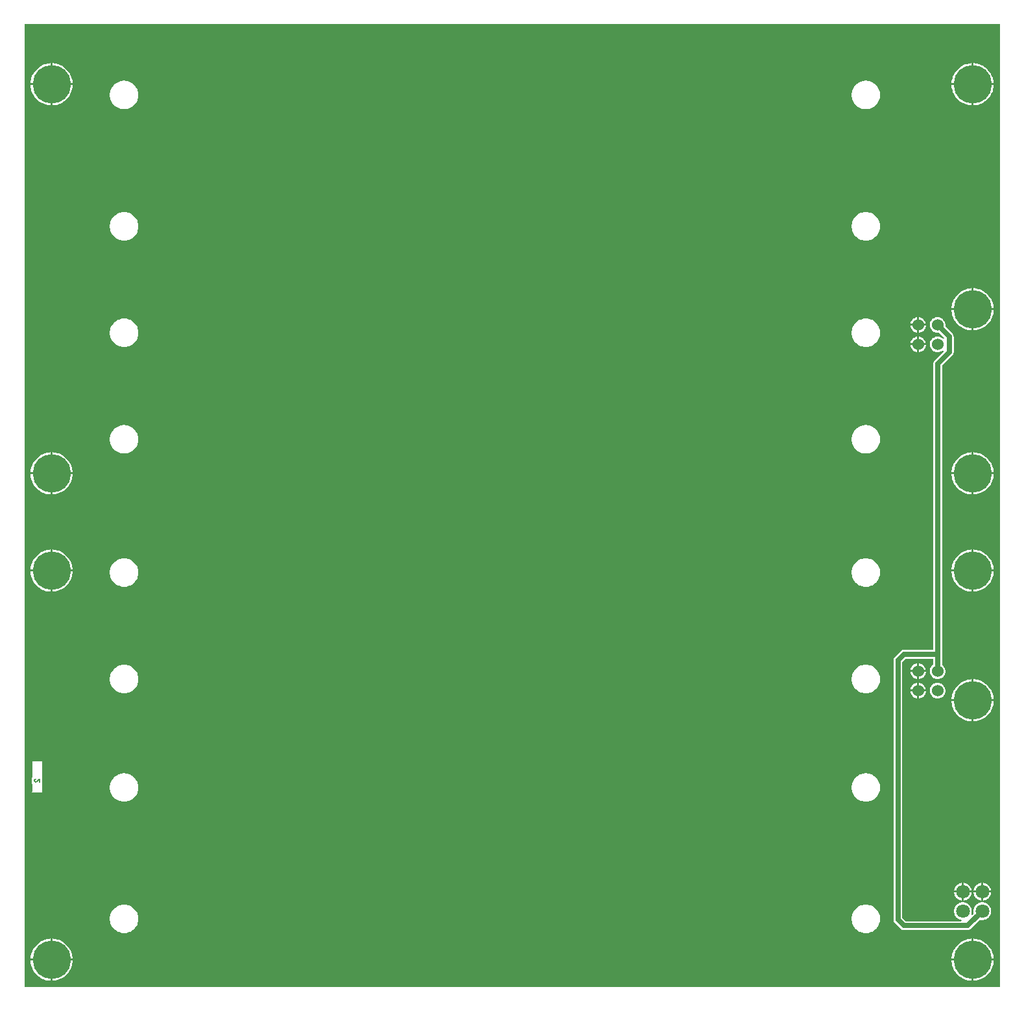
<source format=gbl>
G04 Layer: BottomLayer*
G04 EasyEDA v6.5.29, 2023-07-09 11:22:14*
G04 af5271567b5646799a1a99fc6926053b,5a6b42c53f6a479593ecc07194224c93,10*
G04 Gerber Generator version 0.2*
G04 Scale: 100 percent, Rotated: No, Reflected: No *
G04 Dimensions in millimeters *
G04 leading zeros omitted , absolute positions ,4 integer and 5 decimal *
%FSLAX45Y45*%
%MOMM*%

%ADD10C,0.1524*%
%ADD11C,0.6350*%
%ADD12C,5.0000*%
%ADD13C,1.8000*%
%ADD14C,1.5240*%
%ADD15C,0.0105*%

%LPD*%
G36*
X12752781Y25908D02*
G01*
X36068Y26416D01*
X32156Y27178D01*
X28905Y29362D01*
X26670Y32664D01*
X25908Y36576D01*
X25908Y2555240D01*
X26670Y2559100D01*
X28905Y2562402D01*
X32156Y2564638D01*
X36068Y2565400D01*
X32156Y2566162D01*
X28905Y2568397D01*
X26670Y2571648D01*
X25908Y2575560D01*
X25908Y12587681D01*
X26670Y12591592D01*
X28905Y12594894D01*
X32156Y12597079D01*
X36068Y12597841D01*
X12752832Y12597841D01*
X12756692Y12597079D01*
X12759994Y12594894D01*
X12762179Y12591592D01*
X12762992Y12587681D01*
X12762992Y36068D01*
X12762179Y32156D01*
X12759994Y28905D01*
X12756692Y26670D01*
G37*

%LPC*%
G36*
X105410Y11823700D02*
G01*
X368300Y11823700D01*
X368300Y12086386D01*
X352145Y12085370D01*
X329285Y12082018D01*
X306781Y12076734D01*
X284835Y12069572D01*
X263499Y12060631D01*
X243027Y12049912D01*
X223520Y12037568D01*
X205130Y12023598D01*
X187960Y12008104D01*
X172161Y11991289D01*
X157784Y11973153D01*
X144983Y11953900D01*
X133858Y11933682D01*
X124460Y11912549D01*
X116890Y11890756D01*
X111150Y11868353D01*
X107289Y11845594D01*
G37*
G36*
X368300Y105562D02*
G01*
X368300Y368300D01*
X105613Y368300D01*
X106070Y357936D01*
X108966Y334975D01*
X113741Y312369D01*
X120446Y290271D01*
X128930Y268782D01*
X139242Y248107D01*
X151180Y228346D01*
X164795Y209651D01*
X179882Y192125D01*
X196392Y175971D01*
X214172Y161239D01*
X233171Y148031D01*
X253187Y136499D01*
X274066Y126644D01*
X295757Y118618D01*
X318008Y112369D01*
X340664Y108051D01*
X363677Y105664D01*
G37*
G36*
X12417806Y105613D02*
G01*
X12433960Y106629D01*
X12456820Y109982D01*
X12479274Y115265D01*
X12501270Y122428D01*
X12522555Y131368D01*
X12543028Y142087D01*
X12562535Y154432D01*
X12580975Y168402D01*
X12598146Y183896D01*
X12613944Y200710D01*
X12628321Y218846D01*
X12641072Y238099D01*
X12652248Y258317D01*
X12661646Y279450D01*
X12669215Y301244D01*
X12674955Y323646D01*
X12678816Y346405D01*
X12680645Y368300D01*
X12417806Y368300D01*
G37*
G36*
X393700Y105613D02*
G01*
X409854Y106629D01*
X432714Y109982D01*
X455168Y115265D01*
X477164Y122428D01*
X498449Y131368D01*
X518922Y142087D01*
X538429Y154432D01*
X556869Y168402D01*
X574040Y183896D01*
X589838Y200710D01*
X604215Y218846D01*
X616966Y238099D01*
X628142Y258317D01*
X637540Y279450D01*
X645109Y301244D01*
X650849Y323646D01*
X654710Y346405D01*
X656539Y368300D01*
X393700Y368300D01*
G37*
G36*
X12129719Y393700D02*
G01*
X12392406Y393700D01*
X12392406Y656437D01*
X12387783Y656336D01*
X12364770Y653948D01*
X12342114Y649630D01*
X12319863Y643382D01*
X12298172Y635355D01*
X12277293Y625500D01*
X12257278Y613968D01*
X12238278Y600760D01*
X12220498Y586028D01*
X12203988Y569874D01*
X12188901Y552399D01*
X12175286Y533704D01*
X12163348Y513892D01*
X12153036Y493217D01*
X12144552Y471728D01*
X12137847Y449630D01*
X12133072Y427024D01*
X12130176Y404114D01*
G37*
G36*
X105613Y393700D02*
G01*
X368300Y393700D01*
X368300Y656437D01*
X363677Y656336D01*
X340664Y653948D01*
X318008Y649630D01*
X295757Y643382D01*
X274066Y635355D01*
X253187Y625500D01*
X233171Y613968D01*
X214172Y600760D01*
X196392Y586028D01*
X179882Y569874D01*
X164795Y552399D01*
X151180Y533704D01*
X139242Y513892D01*
X128930Y493217D01*
X120446Y471728D01*
X113741Y449630D01*
X108966Y427024D01*
X106070Y404114D01*
G37*
G36*
X12417806Y393700D02*
G01*
X12680645Y393700D01*
X12678816Y415594D01*
X12674955Y438353D01*
X12669215Y460756D01*
X12661646Y482549D01*
X12652248Y503682D01*
X12641072Y523900D01*
X12628321Y543153D01*
X12613944Y561289D01*
X12598146Y578104D01*
X12580975Y593598D01*
X12562535Y607568D01*
X12543028Y619912D01*
X12522555Y630631D01*
X12501270Y639572D01*
X12479274Y646734D01*
X12456820Y652018D01*
X12433960Y655370D01*
X12417806Y656386D01*
G37*
G36*
X393700Y393700D02*
G01*
X656539Y393700D01*
X654710Y415594D01*
X650849Y438353D01*
X645109Y460756D01*
X637540Y482549D01*
X628142Y503682D01*
X616966Y523900D01*
X604215Y543153D01*
X589838Y561289D01*
X574040Y578104D01*
X556869Y593598D01*
X538429Y607568D01*
X518922Y619912D01*
X498449Y630631D01*
X477164Y639572D01*
X455168Y646734D01*
X432714Y652018D01*
X409854Y655370D01*
X393700Y656386D01*
G37*
G36*
X11001095Y729335D02*
G01*
X11019942Y729335D01*
X11038687Y731215D01*
X11057128Y735025D01*
X11075060Y740664D01*
X11092383Y748080D01*
X11108842Y757224D01*
X11124285Y767994D01*
X11138611Y780237D01*
X11151565Y793902D01*
X11163096Y808786D01*
X11173053Y824788D01*
X11181334Y841654D01*
X11187887Y859332D01*
X11192611Y877569D01*
X11195456Y896162D01*
X11196421Y914958D01*
X11195456Y933805D01*
X11192611Y952398D01*
X11187887Y970635D01*
X11181334Y988314D01*
X11173053Y1005179D01*
X11163096Y1021181D01*
X11151565Y1036066D01*
X11138611Y1049731D01*
X11124285Y1061974D01*
X11108842Y1072743D01*
X11092383Y1081887D01*
X11075060Y1089304D01*
X11057128Y1094943D01*
X11038687Y1098753D01*
X11019942Y1100632D01*
X11001095Y1100632D01*
X10982350Y1098753D01*
X10963910Y1094943D01*
X10945977Y1089304D01*
X10928654Y1081887D01*
X10912195Y1072743D01*
X10896752Y1061974D01*
X10882426Y1049731D01*
X10869472Y1036066D01*
X10857941Y1021181D01*
X10847984Y1005179D01*
X10839704Y988314D01*
X10833150Y970635D01*
X10828426Y952398D01*
X10825581Y933805D01*
X10824616Y914958D01*
X10825581Y896162D01*
X10828426Y877569D01*
X10833150Y859332D01*
X10839704Y841654D01*
X10847984Y824788D01*
X10857941Y808786D01*
X10869472Y793902D01*
X10882426Y780237D01*
X10896752Y767994D01*
X10912195Y757224D01*
X10928654Y748080D01*
X10945977Y740664D01*
X10963910Y735025D01*
X10982350Y731215D01*
G37*
G36*
X1317955Y729335D02*
G01*
X1336751Y729335D01*
X1355496Y731215D01*
X1373936Y735025D01*
X1391920Y740664D01*
X1409242Y748080D01*
X1425702Y757224D01*
X1441145Y767994D01*
X1455420Y780237D01*
X1468424Y793902D01*
X1479905Y808786D01*
X1489913Y824788D01*
X1498193Y841654D01*
X1504746Y859332D01*
X1509420Y877569D01*
X1512316Y896162D01*
X1513230Y914958D01*
X1512316Y933805D01*
X1509420Y952398D01*
X1504746Y970635D01*
X1498193Y988314D01*
X1489913Y1005179D01*
X1479905Y1021181D01*
X1468424Y1036066D01*
X1455420Y1049731D01*
X1441145Y1061974D01*
X1425702Y1072743D01*
X1409242Y1081887D01*
X1391920Y1089304D01*
X1373936Y1094943D01*
X1355496Y1098753D01*
X1336751Y1100632D01*
X1317955Y1100632D01*
X1299210Y1098753D01*
X1280769Y1094943D01*
X1262786Y1089304D01*
X1245463Y1081887D01*
X1229004Y1072743D01*
X1213561Y1061974D01*
X1199286Y1049731D01*
X1186281Y1036066D01*
X1174800Y1021181D01*
X1164793Y1005179D01*
X1156512Y988314D01*
X1149959Y970635D01*
X1145286Y952398D01*
X1142390Y933805D01*
X1141476Y914958D01*
X1142390Y896162D01*
X1145286Y877569D01*
X1149959Y859332D01*
X1156512Y841654D01*
X1164793Y824788D01*
X1174800Y808786D01*
X1186281Y793902D01*
X1199286Y780237D01*
X1213561Y767994D01*
X1229004Y757224D01*
X1245463Y748080D01*
X1262786Y740664D01*
X1280769Y735025D01*
X1299210Y731215D01*
G37*
G36*
X11506504Y767842D02*
G01*
X12341199Y767842D01*
X12351105Y768654D01*
X12360300Y770991D01*
X12369038Y774801D01*
X12377064Y780084D01*
X12382601Y784961D01*
X12497917Y900226D01*
X12500559Y902157D01*
X12503708Y903122D01*
X12507010Y903071D01*
X12517577Y901039D01*
X12532106Y900125D01*
X12546634Y901039D01*
X12560909Y903732D01*
X12574778Y908253D01*
X12587935Y914450D01*
X12600228Y922223D01*
X12611404Y931519D01*
X12621361Y942136D01*
X12629946Y953922D01*
X12636957Y966673D01*
X12642291Y980186D01*
X12645948Y994308D01*
X12647777Y1008735D01*
X12647777Y1023264D01*
X12645948Y1037742D01*
X12642291Y1051814D01*
X12636957Y1065326D01*
X12629946Y1078077D01*
X12621361Y1089863D01*
X12611404Y1100480D01*
X12600228Y1109776D01*
X12587935Y1117549D01*
X12574778Y1123746D01*
X12560909Y1128268D01*
X12546634Y1130960D01*
X12532106Y1131874D01*
X12517577Y1130960D01*
X12503251Y1128268D01*
X12489434Y1123746D01*
X12476276Y1117549D01*
X12463983Y1109776D01*
X12452756Y1100480D01*
X12442799Y1089863D01*
X12434265Y1078077D01*
X12427254Y1065326D01*
X12421870Y1051814D01*
X12418263Y1037742D01*
X12416434Y1023264D01*
X12416434Y1008735D01*
X12418263Y994308D01*
X12418974Y991463D01*
X12419279Y988009D01*
X12418314Y984605D01*
X12416332Y981760D01*
X12405410Y970889D01*
X12401753Y968502D01*
X12397384Y967943D01*
X12393218Y969213D01*
X12389967Y972159D01*
X12388240Y976223D01*
X12388392Y980592D01*
X12391948Y994308D01*
X12393777Y1008735D01*
X12393777Y1023264D01*
X12391948Y1037742D01*
X12388291Y1051814D01*
X12382957Y1065326D01*
X12375946Y1078077D01*
X12367361Y1089863D01*
X12357404Y1100480D01*
X12346228Y1109776D01*
X12333935Y1117549D01*
X12320778Y1123746D01*
X12306909Y1128268D01*
X12292634Y1130960D01*
X12278106Y1131874D01*
X12263577Y1130960D01*
X12249251Y1128268D01*
X12235434Y1123746D01*
X12222276Y1117549D01*
X12209983Y1109776D01*
X12198756Y1100480D01*
X12188799Y1089863D01*
X12180265Y1078077D01*
X12173254Y1065326D01*
X12167870Y1051814D01*
X12164263Y1037742D01*
X12162434Y1023264D01*
X12162434Y1008735D01*
X12164263Y994308D01*
X12167870Y980186D01*
X12173254Y966673D01*
X12180265Y953922D01*
X12188799Y942136D01*
X12198756Y931519D01*
X12209983Y922223D01*
X12222276Y914450D01*
X12235434Y908253D01*
X12249251Y903732D01*
X12251690Y903274D01*
X12255601Y901649D01*
X12258497Y898550D01*
X12259868Y894486D01*
X12259462Y890269D01*
X12257379Y886561D01*
X12253925Y884072D01*
X12249759Y883158D01*
X11534292Y883158D01*
X11530380Y883919D01*
X11527129Y886155D01*
X11490655Y922629D01*
X11488420Y925880D01*
X11487658Y929792D01*
X11487658Y4264507D01*
X11488420Y4268419D01*
X11490655Y4271721D01*
X11527078Y4308144D01*
X11530380Y4310380D01*
X11534292Y4311142D01*
X11880088Y4311142D01*
X11883999Y4310380D01*
X11887250Y4308144D01*
X11889486Y4304842D01*
X11890248Y4300982D01*
X11890248Y4238752D01*
X11889740Y4235551D01*
X11888216Y4232656D01*
X11874500Y4220413D01*
X11865711Y4209999D01*
X11858345Y4198467D01*
X11852605Y4186123D01*
X11848592Y4173118D01*
X11846306Y4159656D01*
X11845848Y4146042D01*
X11847220Y4132427D01*
X11850370Y4119168D01*
X11855297Y4106468D01*
X11861850Y4094479D01*
X11869928Y4083507D01*
X11879427Y4073702D01*
X11890095Y4065270D01*
X11901830Y4058310D01*
X11914378Y4052976D01*
X11927535Y4049369D01*
X11941048Y4047591D01*
X11954713Y4047591D01*
X11968226Y4049369D01*
X11981383Y4052976D01*
X11993930Y4058310D01*
X12005665Y4065270D01*
X12016384Y4073702D01*
X12025833Y4083507D01*
X12033910Y4094479D01*
X12040463Y4106468D01*
X12045391Y4119168D01*
X12048540Y4132427D01*
X12049912Y4146042D01*
X12049455Y4159656D01*
X12047169Y4173118D01*
X12043156Y4186123D01*
X12037415Y4198467D01*
X12030049Y4209999D01*
X12021261Y4220413D01*
X12007596Y4232605D01*
X12006072Y4235500D01*
X12005564Y4238752D01*
X12005564Y8135213D01*
X12006326Y8139125D01*
X12008561Y8142376D01*
X12140793Y8274659D01*
X12147194Y8282228D01*
X12152071Y8290407D01*
X12155525Y8299246D01*
X12157506Y8308695D01*
X12157964Y8316010D01*
X12157964Y8517483D01*
X12157151Y8527389D01*
X12154814Y8536584D01*
X12151004Y8545322D01*
X12145721Y8553348D01*
X12140844Y8558885D01*
X12051741Y8647988D01*
X12049404Y8651748D01*
X12048845Y8656167D01*
X12049912Y8666835D01*
X12049455Y8680450D01*
X12047169Y8693912D01*
X12043156Y8706916D01*
X12037415Y8719261D01*
X12030049Y8730792D01*
X12021261Y8741206D01*
X12011152Y8750350D01*
X11999925Y8758072D01*
X11987733Y8764219D01*
X11974830Y8768689D01*
X11961469Y8771382D01*
X11947906Y8772296D01*
X11934291Y8771382D01*
X11920931Y8768689D01*
X11908028Y8764219D01*
X11895836Y8758072D01*
X11884609Y8750350D01*
X11874500Y8741206D01*
X11865711Y8730792D01*
X11858345Y8719261D01*
X11852605Y8706916D01*
X11848592Y8693912D01*
X11846306Y8680450D01*
X11845848Y8666835D01*
X11847220Y8653221D01*
X11850370Y8639962D01*
X11855297Y8627262D01*
X11861850Y8615273D01*
X11869928Y8604300D01*
X11879427Y8594496D01*
X11890095Y8586063D01*
X11901830Y8579104D01*
X11914378Y8573770D01*
X11927535Y8570163D01*
X11941048Y8568385D01*
X11954713Y8568385D01*
X11961672Y8569299D01*
X11964771Y8569248D01*
X11967718Y8568232D01*
X11970258Y8566404D01*
X12029795Y8506866D01*
X12032183Y8503056D01*
X12032742Y8498687D01*
X12031370Y8494420D01*
X12028271Y8491220D01*
X12024106Y8489594D01*
X12019686Y8489950D01*
X12015825Y8492134D01*
X12011152Y8496350D01*
X11999925Y8504072D01*
X11987733Y8510219D01*
X11974830Y8514689D01*
X11961469Y8517382D01*
X11947906Y8518296D01*
X11934291Y8517382D01*
X11920931Y8514689D01*
X11908028Y8510219D01*
X11895836Y8504072D01*
X11884609Y8496350D01*
X11874500Y8487206D01*
X11865711Y8476792D01*
X11858345Y8465261D01*
X11852605Y8452916D01*
X11848592Y8439912D01*
X11846306Y8426450D01*
X11845848Y8412835D01*
X11847220Y8399221D01*
X11850370Y8385962D01*
X11855297Y8373262D01*
X11861850Y8361273D01*
X11869928Y8350300D01*
X11879427Y8340496D01*
X11890095Y8332063D01*
X11901830Y8325103D01*
X11914378Y8319770D01*
X11927535Y8316163D01*
X11941048Y8314385D01*
X11954713Y8314385D01*
X11968226Y8316163D01*
X11981383Y8319770D01*
X11993930Y8325103D01*
X12005665Y8332063D01*
X12009577Y8335162D01*
X12013488Y8337042D01*
X12017857Y8337143D01*
X12021820Y8335416D01*
X12024715Y8332165D01*
X12025985Y8327999D01*
X12025426Y8323681D01*
X12023039Y8319973D01*
X11907418Y8204352D01*
X11901017Y8196783D01*
X11896140Y8188604D01*
X11892686Y8179765D01*
X11890705Y8170316D01*
X11890248Y8163001D01*
X11890248Y4436618D01*
X11889486Y4432706D01*
X11887250Y4429404D01*
X11883999Y4427220D01*
X11880088Y4426458D01*
X11506606Y4426458D01*
X11496700Y4425645D01*
X11487454Y4423308D01*
X11478768Y4419447D01*
X11470690Y4414215D01*
X11465204Y4409338D01*
X11389512Y4333697D01*
X11383111Y4326077D01*
X11378234Y4317898D01*
X11374780Y4309059D01*
X11372799Y4299661D01*
X11372342Y4292295D01*
X11372342Y902106D01*
X11373154Y892200D01*
X11375491Y883005D01*
X11379301Y874268D01*
X11384584Y866241D01*
X11389461Y860704D01*
X11465153Y785012D01*
X11472722Y778611D01*
X11480901Y773734D01*
X11489740Y770280D01*
X11499189Y768299D01*
G37*
G36*
X12129516Y11823700D02*
G01*
X12392406Y11823700D01*
X12392406Y12086386D01*
X12376251Y12085370D01*
X12353391Y12082018D01*
X12330887Y12076734D01*
X12308941Y12069572D01*
X12287605Y12060631D01*
X12267133Y12049912D01*
X12247626Y12037568D01*
X12229236Y12023598D01*
X12212066Y12008104D01*
X12196267Y11991289D01*
X12181890Y11973153D01*
X12169089Y11953900D01*
X12157964Y11933682D01*
X12148566Y11912549D01*
X12140996Y11890756D01*
X12135256Y11868353D01*
X12131395Y11845594D01*
G37*
G36*
X12417806Y11823700D02*
G01*
X12680442Y11823700D01*
X12680035Y11834063D01*
X12677140Y11857024D01*
X12672314Y11879630D01*
X12665659Y11901728D01*
X12657124Y11923217D01*
X12646863Y11943892D01*
X12634925Y11963704D01*
X12621310Y11982348D01*
X12606223Y11999874D01*
X12589713Y12016028D01*
X12571933Y12030760D01*
X12552934Y12043968D01*
X12532918Y12055500D01*
X12512040Y12065355D01*
X12490348Y12073382D01*
X12468098Y12079630D01*
X12445390Y12083948D01*
X12422428Y12086336D01*
X12417806Y12086437D01*
G37*
G36*
X393700Y11823700D02*
G01*
X656336Y11823700D01*
X655929Y11834063D01*
X653034Y11857024D01*
X648208Y11879630D01*
X641553Y11901728D01*
X633018Y11923217D01*
X622757Y11943892D01*
X610819Y11963704D01*
X597204Y11982348D01*
X582117Y11999874D01*
X565607Y12016028D01*
X547827Y12030760D01*
X528828Y12043968D01*
X508812Y12055500D01*
X487934Y12065355D01*
X466242Y12073382D01*
X443992Y12079630D01*
X421284Y12083948D01*
X398322Y12086336D01*
X393700Y12086437D01*
G37*
G36*
X12265406Y1154938D02*
G01*
X12265406Y1257300D01*
X12163094Y1257300D01*
X12164263Y1248308D01*
X12167870Y1234186D01*
X12173254Y1220673D01*
X12180265Y1207922D01*
X12188799Y1196136D01*
X12198756Y1185519D01*
X12209983Y1176223D01*
X12222276Y1168450D01*
X12235434Y1162253D01*
X12249251Y1157732D01*
X12263577Y1155039D01*
G37*
G36*
X12519406Y1154938D02*
G01*
X12519406Y1257300D01*
X12417094Y1257300D01*
X12418263Y1248308D01*
X12421870Y1234186D01*
X12427254Y1220673D01*
X12434265Y1207922D01*
X12442799Y1196136D01*
X12452756Y1185519D01*
X12463983Y1176223D01*
X12476276Y1168450D01*
X12489434Y1162253D01*
X12503251Y1157732D01*
X12517577Y1155039D01*
G37*
G36*
X12290806Y1154938D02*
G01*
X12292634Y1155039D01*
X12306909Y1157732D01*
X12320778Y1162253D01*
X12333935Y1168450D01*
X12346228Y1176223D01*
X12357404Y1185519D01*
X12367361Y1196136D01*
X12375946Y1207922D01*
X12382957Y1220673D01*
X12388291Y1234186D01*
X12391948Y1248308D01*
X12393066Y1257300D01*
X12290806Y1257300D01*
G37*
G36*
X12544806Y1154938D02*
G01*
X12546634Y1155039D01*
X12560909Y1157732D01*
X12574778Y1162253D01*
X12587935Y1168450D01*
X12600228Y1176223D01*
X12611404Y1185519D01*
X12621361Y1196136D01*
X12629946Y1207922D01*
X12636957Y1220673D01*
X12642291Y1234186D01*
X12645948Y1248308D01*
X12647066Y1257300D01*
X12544806Y1257300D01*
G37*
G36*
X12417094Y1282700D02*
G01*
X12519406Y1282700D01*
X12519406Y1385112D01*
X12517577Y1384960D01*
X12503251Y1382268D01*
X12489434Y1377746D01*
X12476276Y1371549D01*
X12463983Y1363776D01*
X12452756Y1354480D01*
X12442799Y1343863D01*
X12434265Y1332077D01*
X12427254Y1319326D01*
X12421870Y1305814D01*
X12418263Y1291742D01*
G37*
G36*
X12163094Y1282700D02*
G01*
X12265406Y1282700D01*
X12265406Y1385112D01*
X12263577Y1384960D01*
X12249251Y1382268D01*
X12235434Y1377746D01*
X12222276Y1371549D01*
X12209983Y1363776D01*
X12198756Y1354480D01*
X12188799Y1343863D01*
X12180265Y1332077D01*
X12173254Y1319326D01*
X12167870Y1305814D01*
X12164263Y1291742D01*
G37*
G36*
X12290806Y1282700D02*
G01*
X12393066Y1282700D01*
X12391948Y1291742D01*
X12388291Y1305814D01*
X12382957Y1319326D01*
X12375946Y1332077D01*
X12367361Y1343863D01*
X12357404Y1354480D01*
X12346228Y1363776D01*
X12333935Y1371549D01*
X12320778Y1377746D01*
X12306909Y1382268D01*
X12292634Y1384960D01*
X12290806Y1385112D01*
G37*
G36*
X12544806Y1282700D02*
G01*
X12647066Y1282700D01*
X12645948Y1291742D01*
X12642291Y1305814D01*
X12636957Y1319326D01*
X12629946Y1332077D01*
X12621361Y1343863D01*
X12611404Y1354480D01*
X12600228Y1363776D01*
X12587935Y1371549D01*
X12574778Y1377746D01*
X12560909Y1382268D01*
X12546634Y1384960D01*
X12544806Y1385112D01*
G37*
G36*
X11001095Y2445156D02*
G01*
X11019942Y2445156D01*
X11038687Y2447036D01*
X11057128Y2450846D01*
X11075060Y2456484D01*
X11092383Y2463901D01*
X11108842Y2473045D01*
X11124285Y2483815D01*
X11138611Y2496058D01*
X11151565Y2509723D01*
X11163096Y2524607D01*
X11173053Y2540609D01*
X11181334Y2557475D01*
X11187887Y2575153D01*
X11192611Y2593390D01*
X11195456Y2611983D01*
X11196421Y2630779D01*
X11195456Y2649626D01*
X11192611Y2668219D01*
X11187887Y2686456D01*
X11181334Y2704134D01*
X11173053Y2721000D01*
X11163096Y2737002D01*
X11151565Y2751886D01*
X11138611Y2765552D01*
X11124285Y2777794D01*
X11108842Y2788564D01*
X11092383Y2797708D01*
X11075060Y2805125D01*
X11057128Y2810764D01*
X11038687Y2814574D01*
X11019942Y2816453D01*
X11001095Y2816453D01*
X10982350Y2814574D01*
X10963910Y2810764D01*
X10945977Y2805125D01*
X10928654Y2797708D01*
X10912195Y2788564D01*
X10896752Y2777794D01*
X10882426Y2765552D01*
X10869472Y2751886D01*
X10857941Y2737002D01*
X10847984Y2721000D01*
X10839704Y2704134D01*
X10833150Y2686456D01*
X10828426Y2668219D01*
X10825581Y2649626D01*
X10824616Y2630779D01*
X10825581Y2611983D01*
X10828426Y2593390D01*
X10833150Y2575153D01*
X10839704Y2557475D01*
X10847984Y2540609D01*
X10857941Y2524607D01*
X10869472Y2509723D01*
X10882426Y2496058D01*
X10896752Y2483815D01*
X10912195Y2473045D01*
X10928654Y2463901D01*
X10945977Y2456484D01*
X10963910Y2450846D01*
X10982350Y2447036D01*
G37*
G36*
X1317955Y2445156D02*
G01*
X1336751Y2445156D01*
X1355496Y2447036D01*
X1373936Y2450846D01*
X1391920Y2456484D01*
X1409242Y2463901D01*
X1425702Y2473045D01*
X1441145Y2483815D01*
X1455420Y2496058D01*
X1468424Y2509723D01*
X1479905Y2524607D01*
X1489913Y2540609D01*
X1498193Y2557475D01*
X1504746Y2575153D01*
X1509420Y2593390D01*
X1512316Y2611983D01*
X1513230Y2630779D01*
X1512316Y2649626D01*
X1509420Y2668219D01*
X1504746Y2686456D01*
X1498193Y2704134D01*
X1489913Y2721000D01*
X1479905Y2737002D01*
X1468424Y2751886D01*
X1455420Y2765552D01*
X1441145Y2777794D01*
X1425702Y2788564D01*
X1409242Y2797708D01*
X1391920Y2805125D01*
X1373936Y2810764D01*
X1355496Y2814574D01*
X1336751Y2816453D01*
X1317955Y2816453D01*
X1299210Y2814574D01*
X1280769Y2810764D01*
X1262786Y2805125D01*
X1245463Y2797708D01*
X1229004Y2788564D01*
X1213561Y2777794D01*
X1199286Y2765552D01*
X1186281Y2751886D01*
X1174800Y2737002D01*
X1164793Y2721000D01*
X1156512Y2704134D01*
X1149959Y2686456D01*
X1145286Y2668219D01*
X1142390Y2649626D01*
X1141476Y2630779D01*
X1142390Y2611983D01*
X1145286Y2593390D01*
X1149959Y2575153D01*
X1156512Y2557475D01*
X1164793Y2540609D01*
X1174800Y2524607D01*
X1186281Y2509723D01*
X1199286Y2496058D01*
X1213561Y2483815D01*
X1229004Y2473045D01*
X1245463Y2463901D01*
X1262786Y2456484D01*
X1280769Y2450846D01*
X1299210Y2447036D01*
G37*
G36*
X116839Y2565400D02*
G01*
X252984Y2565400D01*
X254000Y2566416D01*
X254000Y2674315D01*
X254406Y2677109D01*
X255676Y2679903D01*
X257606Y2685389D01*
X258317Y2691688D01*
X258317Y2750261D01*
X257606Y2756560D01*
X254406Y2764840D01*
X254000Y2767634D01*
X254000Y2970784D01*
X252984Y2971800D01*
X128016Y2971800D01*
X127000Y2970784D01*
X127000Y2763520D01*
X126441Y2760167D01*
X125171Y2756560D01*
X124460Y2750261D01*
X124460Y2691688D01*
X125171Y2685389D01*
X126441Y2681782D01*
X127000Y2678430D01*
X127000Y2575560D01*
X126237Y2571648D01*
X124002Y2568397D01*
X120751Y2566162D01*
G37*
G36*
X12392406Y3492957D02*
G01*
X12392406Y3755694D01*
X12129719Y3755694D01*
X12130176Y3745331D01*
X12133072Y3722370D01*
X12137847Y3699764D01*
X12144552Y3677665D01*
X12153036Y3656177D01*
X12163348Y3635501D01*
X12175286Y3615740D01*
X12188901Y3597046D01*
X12203988Y3579520D01*
X12220498Y3563365D01*
X12238278Y3548634D01*
X12257278Y3535426D01*
X12277293Y3523894D01*
X12298172Y3514039D01*
X12319863Y3506012D01*
X12342114Y3499764D01*
X12364770Y3495446D01*
X12387783Y3493058D01*
G37*
G36*
X12417806Y3493008D02*
G01*
X12433960Y3494024D01*
X12456820Y3497376D01*
X12479274Y3502660D01*
X12501270Y3509822D01*
X12522555Y3518763D01*
X12543028Y3529482D01*
X12562535Y3541826D01*
X12580975Y3555796D01*
X12598146Y3571290D01*
X12613944Y3588105D01*
X12628321Y3606241D01*
X12641072Y3625494D01*
X12652248Y3645712D01*
X12661646Y3666845D01*
X12669215Y3688638D01*
X12674955Y3711041D01*
X12678816Y3733800D01*
X12680645Y3755694D01*
X12417806Y3755694D01*
G37*
G36*
X12129719Y3781094D02*
G01*
X12392406Y3781094D01*
X12392406Y4043832D01*
X12387783Y4043730D01*
X12364770Y4041343D01*
X12342114Y4037025D01*
X12319863Y4030776D01*
X12298172Y4022750D01*
X12277293Y4012895D01*
X12257278Y4001363D01*
X12238278Y3988155D01*
X12220498Y3973423D01*
X12203988Y3957269D01*
X12188901Y3939794D01*
X12175286Y3921099D01*
X12163348Y3901287D01*
X12153036Y3880612D01*
X12144552Y3859123D01*
X12137847Y3837025D01*
X12133072Y3814419D01*
X12130176Y3791508D01*
G37*
G36*
X12417806Y3781094D02*
G01*
X12680645Y3781094D01*
X12678816Y3802989D01*
X12674955Y3825748D01*
X12669215Y3848150D01*
X12661646Y3869944D01*
X12652248Y3891076D01*
X12641072Y3911295D01*
X12628321Y3930548D01*
X12613944Y3948684D01*
X12598146Y3965498D01*
X12580975Y3980992D01*
X12562535Y3994962D01*
X12543028Y4007307D01*
X12522555Y4018026D01*
X12501270Y4026966D01*
X12479274Y4034129D01*
X12456820Y4039412D01*
X12433960Y4042765D01*
X12417806Y4043781D01*
G37*
G36*
X11941048Y3793591D02*
G01*
X11954713Y3793591D01*
X11968226Y3795369D01*
X11981383Y3798976D01*
X11993930Y3804310D01*
X12005665Y3811270D01*
X12016384Y3819702D01*
X12025833Y3829507D01*
X12033910Y3840479D01*
X12040463Y3852468D01*
X12045391Y3865168D01*
X12048540Y3878427D01*
X12049912Y3892042D01*
X12049455Y3905656D01*
X12047169Y3919118D01*
X12043156Y3932123D01*
X12037415Y3944467D01*
X12030049Y3955999D01*
X12021261Y3966413D01*
X12011152Y3975557D01*
X11999925Y3983278D01*
X11987733Y3989425D01*
X11974830Y3993896D01*
X11961469Y3996588D01*
X11947906Y3997502D01*
X11934291Y3996588D01*
X11920931Y3993896D01*
X11908028Y3989425D01*
X11895836Y3983278D01*
X11884609Y3975557D01*
X11874500Y3966413D01*
X11865711Y3955999D01*
X11858345Y3944467D01*
X11852605Y3932123D01*
X11848592Y3919118D01*
X11846306Y3905656D01*
X11845848Y3892042D01*
X11847220Y3878427D01*
X11850370Y3865168D01*
X11855297Y3852468D01*
X11861850Y3840479D01*
X11869928Y3829507D01*
X11879427Y3819702D01*
X11890095Y3811270D01*
X11901830Y3804310D01*
X11914378Y3798976D01*
X11927535Y3795369D01*
G37*
G36*
X11681206Y3794353D02*
G01*
X11681206Y3882745D01*
X11592814Y3882745D01*
X11593220Y3878427D01*
X11596370Y3865168D01*
X11601297Y3852468D01*
X11607850Y3840479D01*
X11615928Y3829507D01*
X11625427Y3819702D01*
X11636095Y3811270D01*
X11647830Y3804310D01*
X11660378Y3798976D01*
X11673535Y3795369D01*
G37*
G36*
X11706606Y3794353D02*
G01*
X11714226Y3795369D01*
X11727383Y3798976D01*
X11739930Y3804310D01*
X11751665Y3811270D01*
X11762384Y3819702D01*
X11771833Y3829507D01*
X11779910Y3840479D01*
X11786463Y3852468D01*
X11791391Y3865168D01*
X11794540Y3878427D01*
X11794998Y3882745D01*
X11706606Y3882745D01*
G37*
G36*
X11001095Y3860139D02*
G01*
X11019942Y3860139D01*
X11038687Y3862019D01*
X11057128Y3865829D01*
X11075060Y3871468D01*
X11092383Y3878884D01*
X11108842Y3888028D01*
X11124285Y3898798D01*
X11138611Y3911041D01*
X11151565Y3924706D01*
X11163096Y3939590D01*
X11173053Y3955592D01*
X11181334Y3972458D01*
X11187887Y3990136D01*
X11192611Y4008374D01*
X11195456Y4026966D01*
X11196421Y4045762D01*
X11195456Y4064609D01*
X11192611Y4083202D01*
X11187887Y4101439D01*
X11181334Y4119118D01*
X11173053Y4135983D01*
X11163096Y4151985D01*
X11151565Y4166870D01*
X11138611Y4180535D01*
X11124285Y4192778D01*
X11108842Y4203547D01*
X11092383Y4212691D01*
X11075060Y4220108D01*
X11057128Y4225747D01*
X11038687Y4229557D01*
X11019942Y4231436D01*
X11001095Y4231436D01*
X10982350Y4229557D01*
X10963910Y4225747D01*
X10945977Y4220108D01*
X10928654Y4212691D01*
X10912195Y4203547D01*
X10896752Y4192778D01*
X10882426Y4180535D01*
X10869472Y4166870D01*
X10857941Y4151985D01*
X10847984Y4135983D01*
X10839704Y4119118D01*
X10833150Y4101439D01*
X10828426Y4083202D01*
X10825581Y4064609D01*
X10824616Y4045762D01*
X10825581Y4026966D01*
X10828426Y4008374D01*
X10833150Y3990136D01*
X10839704Y3972458D01*
X10847984Y3955592D01*
X10857941Y3939590D01*
X10869472Y3924706D01*
X10882426Y3911041D01*
X10896752Y3898798D01*
X10912195Y3888028D01*
X10928654Y3878884D01*
X10945977Y3871468D01*
X10963910Y3865829D01*
X10982350Y3862019D01*
G37*
G36*
X1317955Y3860139D02*
G01*
X1336751Y3860139D01*
X1355496Y3862019D01*
X1373936Y3865829D01*
X1391920Y3871468D01*
X1409242Y3878884D01*
X1425702Y3888028D01*
X1441145Y3898798D01*
X1455420Y3911041D01*
X1468424Y3924706D01*
X1479905Y3939590D01*
X1489913Y3955592D01*
X1498193Y3972458D01*
X1504746Y3990136D01*
X1509420Y4008374D01*
X1512316Y4026966D01*
X1513230Y4045762D01*
X1512316Y4064609D01*
X1509420Y4083202D01*
X1504746Y4101439D01*
X1498193Y4119118D01*
X1489913Y4135983D01*
X1479905Y4151985D01*
X1468424Y4166870D01*
X1455420Y4180535D01*
X1441145Y4192778D01*
X1425702Y4203547D01*
X1409242Y4212691D01*
X1391920Y4220108D01*
X1373936Y4225747D01*
X1355496Y4229557D01*
X1336751Y4231436D01*
X1317955Y4231436D01*
X1299210Y4229557D01*
X1280769Y4225747D01*
X1262786Y4220108D01*
X1245463Y4212691D01*
X1229004Y4203547D01*
X1213561Y4192778D01*
X1199286Y4180535D01*
X1186281Y4166870D01*
X1174800Y4151985D01*
X1164793Y4135983D01*
X1156512Y4119118D01*
X1149959Y4101439D01*
X1145286Y4083202D01*
X1142390Y4064609D01*
X1141476Y4045762D01*
X1142390Y4026966D01*
X1145286Y4008374D01*
X1149959Y3990136D01*
X1156512Y3972458D01*
X1164793Y3955592D01*
X1174800Y3939590D01*
X1186281Y3924706D01*
X1199286Y3911041D01*
X1213561Y3898798D01*
X1229004Y3888028D01*
X1245463Y3878884D01*
X1262786Y3871468D01*
X1280769Y3865829D01*
X1299210Y3862019D01*
G37*
G36*
X11706606Y3908145D02*
G01*
X11795048Y3908145D01*
X11793169Y3919118D01*
X11789156Y3932123D01*
X11783415Y3944467D01*
X11776049Y3955999D01*
X11767261Y3966413D01*
X11757152Y3975557D01*
X11745925Y3983278D01*
X11733733Y3989425D01*
X11720830Y3993896D01*
X11706606Y3996690D01*
G37*
G36*
X11592712Y3908145D02*
G01*
X11681206Y3908145D01*
X11681206Y3996690D01*
X11666931Y3993896D01*
X11654028Y3989425D01*
X11641836Y3983278D01*
X11630609Y3975557D01*
X11620500Y3966413D01*
X11611711Y3955999D01*
X11604345Y3944467D01*
X11598605Y3932123D01*
X11594592Y3919118D01*
G37*
G36*
X368300Y11535613D02*
G01*
X368300Y11798300D01*
X105410Y11798300D01*
X107289Y11776405D01*
X111150Y11753646D01*
X116890Y11731244D01*
X124460Y11709450D01*
X133858Y11688318D01*
X144983Y11668099D01*
X157784Y11648846D01*
X172161Y11630710D01*
X187960Y11613896D01*
X205130Y11598402D01*
X223520Y11584432D01*
X243027Y11572087D01*
X263499Y11561368D01*
X284835Y11552428D01*
X306781Y11545265D01*
X329285Y11539982D01*
X352145Y11536629D01*
G37*
G36*
X11681206Y4048353D02*
G01*
X11681206Y4136745D01*
X11592814Y4136745D01*
X11593220Y4132427D01*
X11596370Y4119168D01*
X11601297Y4106468D01*
X11607850Y4094479D01*
X11615928Y4083507D01*
X11625427Y4073702D01*
X11636095Y4065270D01*
X11647830Y4058310D01*
X11660378Y4052976D01*
X11673535Y4049369D01*
G37*
G36*
X11706606Y4048353D02*
G01*
X11714226Y4049369D01*
X11727383Y4052976D01*
X11739930Y4058310D01*
X11751665Y4065270D01*
X11762384Y4073702D01*
X11771833Y4083507D01*
X11779910Y4094479D01*
X11786463Y4106468D01*
X11791391Y4119168D01*
X11794540Y4132427D01*
X11794998Y4136745D01*
X11706606Y4136745D01*
G37*
G36*
X11706606Y4162145D02*
G01*
X11795048Y4162145D01*
X11793169Y4173118D01*
X11789156Y4186123D01*
X11783415Y4198467D01*
X11776049Y4209999D01*
X11767261Y4220413D01*
X11757152Y4229557D01*
X11745925Y4237278D01*
X11733733Y4243425D01*
X11720830Y4247896D01*
X11706606Y4250690D01*
G37*
G36*
X11592712Y4162145D02*
G01*
X11681206Y4162145D01*
X11681206Y4250690D01*
X11666931Y4247896D01*
X11654028Y4243425D01*
X11641836Y4237278D01*
X11630609Y4229557D01*
X11620500Y4220413D01*
X11611711Y4209999D01*
X11604345Y4198467D01*
X11598605Y4186123D01*
X11594592Y4173118D01*
G37*
G36*
X368300Y5185562D02*
G01*
X368300Y5448300D01*
X105613Y5448300D01*
X106070Y5437936D01*
X108966Y5414975D01*
X113741Y5392369D01*
X120446Y5370271D01*
X128930Y5348782D01*
X139242Y5328107D01*
X151180Y5308346D01*
X164795Y5289651D01*
X179882Y5272125D01*
X196392Y5255971D01*
X214172Y5241239D01*
X233171Y5228031D01*
X253187Y5216499D01*
X274066Y5206644D01*
X295757Y5198618D01*
X318008Y5192369D01*
X340664Y5188051D01*
X363677Y5185664D01*
G37*
G36*
X12392406Y5185562D02*
G01*
X12392406Y5448300D01*
X12129719Y5448300D01*
X12130176Y5437936D01*
X12133072Y5414975D01*
X12137847Y5392369D01*
X12144552Y5370271D01*
X12153036Y5348782D01*
X12163348Y5328107D01*
X12175286Y5308346D01*
X12188901Y5289651D01*
X12203988Y5272125D01*
X12220498Y5255971D01*
X12238278Y5241239D01*
X12257278Y5228031D01*
X12277293Y5216499D01*
X12298172Y5206644D01*
X12319863Y5198618D01*
X12342114Y5192369D01*
X12364770Y5188051D01*
X12387783Y5185664D01*
G37*
G36*
X12417806Y5185613D02*
G01*
X12433960Y5186629D01*
X12456820Y5189982D01*
X12479274Y5195265D01*
X12501270Y5202428D01*
X12522555Y5211368D01*
X12543028Y5222087D01*
X12562535Y5234432D01*
X12580975Y5248402D01*
X12598146Y5263896D01*
X12613944Y5280710D01*
X12628321Y5298846D01*
X12641072Y5318099D01*
X12652248Y5338318D01*
X12661646Y5359450D01*
X12669215Y5381244D01*
X12674955Y5403646D01*
X12678816Y5426405D01*
X12680645Y5448300D01*
X12417806Y5448300D01*
G37*
G36*
X12392406Y105562D02*
G01*
X12392406Y368300D01*
X12129719Y368300D01*
X12130176Y357936D01*
X12133072Y334975D01*
X12137847Y312369D01*
X12144552Y290271D01*
X12153036Y268782D01*
X12163348Y248107D01*
X12175286Y228346D01*
X12188901Y209651D01*
X12203988Y192125D01*
X12220498Y175971D01*
X12238278Y161239D01*
X12257278Y148031D01*
X12277293Y136499D01*
X12298172Y126644D01*
X12319863Y118618D01*
X12342114Y112369D01*
X12364770Y108051D01*
X12387783Y105664D01*
G37*
G36*
X11001095Y5250129D02*
G01*
X11019942Y5250129D01*
X11038687Y5252008D01*
X11057128Y5255818D01*
X11075060Y5261457D01*
X11092383Y5268874D01*
X11108842Y5278018D01*
X11124285Y5288788D01*
X11138611Y5301030D01*
X11151565Y5314696D01*
X11163096Y5329580D01*
X11173053Y5345582D01*
X11181334Y5362448D01*
X11187887Y5380126D01*
X11192611Y5398363D01*
X11195456Y5416956D01*
X11196421Y5435752D01*
X11195456Y5454599D01*
X11192611Y5473192D01*
X11187887Y5491429D01*
X11181334Y5509107D01*
X11173053Y5525973D01*
X11163096Y5541975D01*
X11151565Y5556859D01*
X11138611Y5570524D01*
X11124285Y5582767D01*
X11108842Y5593537D01*
X11092383Y5602681D01*
X11075060Y5610098D01*
X11057128Y5615736D01*
X11038687Y5619546D01*
X11019942Y5621426D01*
X11001095Y5621426D01*
X10982350Y5619546D01*
X10963910Y5615736D01*
X10945977Y5610098D01*
X10928654Y5602681D01*
X10912195Y5593537D01*
X10896752Y5582767D01*
X10882426Y5570524D01*
X10869472Y5556859D01*
X10857941Y5541975D01*
X10847984Y5525973D01*
X10839704Y5509107D01*
X10833150Y5491429D01*
X10828426Y5473192D01*
X10825581Y5454599D01*
X10824616Y5435752D01*
X10825581Y5416956D01*
X10828426Y5398363D01*
X10833150Y5380126D01*
X10839704Y5362448D01*
X10847984Y5345582D01*
X10857941Y5329580D01*
X10869472Y5314696D01*
X10882426Y5301030D01*
X10896752Y5288788D01*
X10912195Y5278018D01*
X10928654Y5268874D01*
X10945977Y5261457D01*
X10963910Y5255818D01*
X10982350Y5252008D01*
G37*
G36*
X1317955Y5250129D02*
G01*
X1336751Y5250129D01*
X1355496Y5252008D01*
X1373936Y5255818D01*
X1391920Y5261457D01*
X1409242Y5268874D01*
X1425702Y5278018D01*
X1441145Y5288788D01*
X1455420Y5301030D01*
X1468424Y5314696D01*
X1479905Y5329580D01*
X1489913Y5345582D01*
X1498193Y5362448D01*
X1504746Y5380126D01*
X1509420Y5398363D01*
X1512316Y5416956D01*
X1513230Y5435752D01*
X1512316Y5454599D01*
X1509420Y5473192D01*
X1504746Y5491429D01*
X1498193Y5509107D01*
X1489913Y5525973D01*
X1479905Y5541975D01*
X1468424Y5556859D01*
X1455420Y5570524D01*
X1441145Y5582767D01*
X1425702Y5593537D01*
X1409242Y5602681D01*
X1391920Y5610098D01*
X1373936Y5615736D01*
X1355496Y5619546D01*
X1336751Y5621426D01*
X1317955Y5621426D01*
X1299210Y5619546D01*
X1280769Y5615736D01*
X1262786Y5610098D01*
X1245463Y5602681D01*
X1229004Y5593537D01*
X1213561Y5582767D01*
X1199286Y5570524D01*
X1186281Y5556859D01*
X1174800Y5541975D01*
X1164793Y5525973D01*
X1156512Y5509107D01*
X1149959Y5491429D01*
X1145286Y5473192D01*
X1142390Y5454599D01*
X1141476Y5435752D01*
X1142390Y5416956D01*
X1145286Y5398363D01*
X1149959Y5380126D01*
X1156512Y5362448D01*
X1164793Y5345582D01*
X1174800Y5329580D01*
X1186281Y5314696D01*
X1199286Y5301030D01*
X1213561Y5288788D01*
X1229004Y5278018D01*
X1245463Y5268874D01*
X1262786Y5261457D01*
X1280769Y5255818D01*
X1299210Y5252008D01*
G37*
G36*
X105613Y5473700D02*
G01*
X368300Y5473700D01*
X368300Y5736437D01*
X363677Y5736336D01*
X340664Y5733948D01*
X318008Y5729630D01*
X295757Y5723382D01*
X274066Y5715355D01*
X253187Y5705500D01*
X233171Y5693968D01*
X214172Y5680760D01*
X196392Y5666028D01*
X179882Y5649874D01*
X164795Y5632399D01*
X151180Y5613704D01*
X139242Y5593892D01*
X128930Y5573217D01*
X120446Y5551728D01*
X113741Y5529630D01*
X108966Y5507024D01*
X106070Y5484114D01*
G37*
G36*
X12129719Y5473700D02*
G01*
X12392406Y5473700D01*
X12392406Y5736437D01*
X12387783Y5736336D01*
X12364770Y5733948D01*
X12342114Y5729630D01*
X12319863Y5723382D01*
X12298172Y5715355D01*
X12277293Y5705500D01*
X12257278Y5693968D01*
X12238278Y5680760D01*
X12220498Y5666028D01*
X12203988Y5649874D01*
X12188901Y5632399D01*
X12175286Y5613704D01*
X12163348Y5593892D01*
X12153036Y5573217D01*
X12144552Y5551728D01*
X12137847Y5529630D01*
X12133072Y5507024D01*
X12130176Y5484114D01*
G37*
G36*
X12417806Y5473700D02*
G01*
X12680645Y5473700D01*
X12678816Y5495594D01*
X12674955Y5518353D01*
X12669215Y5540756D01*
X12661646Y5562549D01*
X12652248Y5583682D01*
X12641072Y5603900D01*
X12628321Y5623153D01*
X12613944Y5641289D01*
X12598146Y5658104D01*
X12580975Y5673598D01*
X12562535Y5687568D01*
X12543028Y5699912D01*
X12522555Y5710631D01*
X12501270Y5719572D01*
X12479274Y5726734D01*
X12456820Y5732018D01*
X12433960Y5735370D01*
X12417806Y5736386D01*
G37*
G36*
X393700Y5473700D02*
G01*
X656539Y5473700D01*
X654710Y5495594D01*
X650849Y5518353D01*
X645109Y5540756D01*
X637540Y5562549D01*
X628142Y5583682D01*
X616966Y5603900D01*
X604215Y5623153D01*
X589838Y5641289D01*
X574040Y5658104D01*
X556869Y5673598D01*
X538429Y5687568D01*
X518922Y5699912D01*
X498449Y5710631D01*
X477164Y5719572D01*
X455168Y5726734D01*
X432714Y5732018D01*
X409854Y5735370D01*
X393700Y5736386D01*
G37*
G36*
X12392406Y6455562D02*
G01*
X12392406Y6718300D01*
X12129719Y6718300D01*
X12130176Y6707936D01*
X12133072Y6684975D01*
X12137847Y6662369D01*
X12144552Y6640271D01*
X12153036Y6618782D01*
X12163348Y6598107D01*
X12175286Y6578346D01*
X12188901Y6559651D01*
X12203988Y6542125D01*
X12220498Y6525971D01*
X12238278Y6511239D01*
X12257278Y6498031D01*
X12277293Y6486499D01*
X12298172Y6476644D01*
X12319863Y6468618D01*
X12342114Y6462369D01*
X12364770Y6458051D01*
X12387783Y6455664D01*
G37*
G36*
X368300Y6455562D02*
G01*
X368300Y6718300D01*
X105613Y6718300D01*
X106070Y6707936D01*
X108966Y6684975D01*
X113741Y6662369D01*
X120446Y6640271D01*
X128930Y6618782D01*
X139242Y6598107D01*
X151180Y6578346D01*
X164795Y6559651D01*
X179882Y6542125D01*
X196392Y6525971D01*
X214172Y6511239D01*
X233171Y6498031D01*
X253187Y6486499D01*
X274066Y6476644D01*
X295757Y6468618D01*
X318008Y6462369D01*
X340664Y6458051D01*
X363677Y6455664D01*
G37*
G36*
X12417806Y6455613D02*
G01*
X12433960Y6456629D01*
X12456820Y6459982D01*
X12479274Y6465265D01*
X12501270Y6472428D01*
X12522555Y6481368D01*
X12543028Y6492087D01*
X12562535Y6504431D01*
X12580975Y6518402D01*
X12598146Y6533896D01*
X12613944Y6550710D01*
X12628321Y6568846D01*
X12641072Y6588099D01*
X12652248Y6608318D01*
X12661646Y6629450D01*
X12669215Y6651244D01*
X12674955Y6673646D01*
X12678816Y6696405D01*
X12680645Y6718300D01*
X12417806Y6718300D01*
G37*
G36*
X393700Y6455613D02*
G01*
X409854Y6456629D01*
X432714Y6459982D01*
X455168Y6465265D01*
X477164Y6472428D01*
X498449Y6481368D01*
X518922Y6492087D01*
X538429Y6504431D01*
X556869Y6518402D01*
X574040Y6533896D01*
X589838Y6550710D01*
X604215Y6568846D01*
X616966Y6588099D01*
X628142Y6608318D01*
X637540Y6629450D01*
X645109Y6651244D01*
X650849Y6673646D01*
X654710Y6696405D01*
X656539Y6718300D01*
X393700Y6718300D01*
G37*
G36*
X105613Y6743700D02*
G01*
X368300Y6743700D01*
X368300Y7006437D01*
X363677Y7006336D01*
X340664Y7003948D01*
X318008Y6999630D01*
X295757Y6993381D01*
X274066Y6985355D01*
X253187Y6975500D01*
X233171Y6963968D01*
X214172Y6950760D01*
X196392Y6936028D01*
X179882Y6919874D01*
X164795Y6902399D01*
X151180Y6883704D01*
X139242Y6863892D01*
X128930Y6843217D01*
X120446Y6821728D01*
X113741Y6799630D01*
X108966Y6777024D01*
X106070Y6754114D01*
G37*
G36*
X12129719Y6743700D02*
G01*
X12392406Y6743700D01*
X12392406Y7006437D01*
X12387783Y7006336D01*
X12364770Y7003948D01*
X12342114Y6999630D01*
X12319863Y6993381D01*
X12298172Y6985355D01*
X12277293Y6975500D01*
X12257278Y6963968D01*
X12238278Y6950760D01*
X12220498Y6936028D01*
X12203988Y6919874D01*
X12188901Y6902399D01*
X12175286Y6883704D01*
X12163348Y6863892D01*
X12153036Y6843217D01*
X12144552Y6821728D01*
X12137847Y6799630D01*
X12133072Y6777024D01*
X12130176Y6754114D01*
G37*
G36*
X12417806Y6743700D02*
G01*
X12680645Y6743700D01*
X12678816Y6765594D01*
X12674955Y6788353D01*
X12669215Y6810756D01*
X12661646Y6832549D01*
X12652248Y6853681D01*
X12641072Y6873900D01*
X12628321Y6893153D01*
X12613944Y6911289D01*
X12598146Y6928103D01*
X12580975Y6943598D01*
X12562535Y6957568D01*
X12543028Y6969912D01*
X12522555Y6980631D01*
X12501270Y6989572D01*
X12479274Y6996734D01*
X12456820Y7002018D01*
X12433960Y7005370D01*
X12417806Y7006386D01*
G37*
G36*
X393700Y6743700D02*
G01*
X656539Y6743700D01*
X654710Y6765594D01*
X650849Y6788353D01*
X645109Y6810756D01*
X637540Y6832549D01*
X628142Y6853681D01*
X616966Y6873900D01*
X604215Y6893153D01*
X589838Y6911289D01*
X574040Y6928103D01*
X556869Y6943598D01*
X538429Y6957568D01*
X518922Y6969912D01*
X498449Y6980631D01*
X477164Y6989572D01*
X455168Y6996734D01*
X432714Y7002018D01*
X409854Y7005370D01*
X393700Y7006386D01*
G37*
G36*
X11001095Y6990892D02*
G01*
X11019942Y6990892D01*
X11038687Y6992823D01*
X11057128Y6996582D01*
X11075060Y7002221D01*
X11092383Y7009688D01*
X11108842Y7018832D01*
X11124285Y7029551D01*
X11138611Y7041845D01*
X11151565Y7055459D01*
X11163096Y7070394D01*
X11173053Y7086346D01*
X11181334Y7103262D01*
X11187887Y7120940D01*
X11192611Y7139127D01*
X11195456Y7157770D01*
X11196421Y7176566D01*
X11195456Y7195362D01*
X11192611Y7214006D01*
X11187887Y7232192D01*
X11181334Y7249871D01*
X11173053Y7266787D01*
X11163096Y7282738D01*
X11151565Y7297674D01*
X11138611Y7311288D01*
X11124285Y7323581D01*
X11108842Y7334300D01*
X11092383Y7343444D01*
X11075060Y7350912D01*
X11057128Y7356551D01*
X11038687Y7360310D01*
X11019942Y7362240D01*
X11001095Y7362240D01*
X10982350Y7360310D01*
X10963910Y7356551D01*
X10945977Y7350912D01*
X10928654Y7343444D01*
X10912195Y7334300D01*
X10896752Y7323581D01*
X10882426Y7311288D01*
X10869472Y7297674D01*
X10857941Y7282738D01*
X10847984Y7266787D01*
X10839704Y7249871D01*
X10833150Y7232192D01*
X10828426Y7214006D01*
X10825581Y7195362D01*
X10824616Y7176566D01*
X10825581Y7157770D01*
X10828426Y7139127D01*
X10833150Y7120940D01*
X10839704Y7103262D01*
X10847984Y7086346D01*
X10857941Y7070394D01*
X10869472Y7055459D01*
X10882426Y7041845D01*
X10896752Y7029551D01*
X10912195Y7018832D01*
X10928654Y7009688D01*
X10945977Y7002221D01*
X10963910Y6996582D01*
X10982350Y6992823D01*
G37*
G36*
X1317955Y6990892D02*
G01*
X1336751Y6990892D01*
X1355496Y6992823D01*
X1373936Y6996582D01*
X1391920Y7002221D01*
X1409242Y7009688D01*
X1425702Y7018832D01*
X1441145Y7029551D01*
X1455420Y7041845D01*
X1468424Y7055459D01*
X1479905Y7070394D01*
X1489913Y7086346D01*
X1498193Y7103262D01*
X1504746Y7120940D01*
X1509420Y7139127D01*
X1512316Y7157770D01*
X1513230Y7176566D01*
X1512316Y7195362D01*
X1509420Y7214006D01*
X1504746Y7232192D01*
X1498193Y7249871D01*
X1489913Y7266787D01*
X1479905Y7282738D01*
X1468424Y7297674D01*
X1455420Y7311288D01*
X1441145Y7323581D01*
X1425702Y7334300D01*
X1409242Y7343444D01*
X1391920Y7350912D01*
X1373936Y7356551D01*
X1355496Y7360310D01*
X1336751Y7362240D01*
X1317955Y7362240D01*
X1299210Y7360310D01*
X1280769Y7356551D01*
X1262786Y7350912D01*
X1245463Y7343444D01*
X1229004Y7334300D01*
X1213561Y7323581D01*
X1199286Y7311288D01*
X1186281Y7297674D01*
X1174800Y7282738D01*
X1164793Y7266787D01*
X1156512Y7249871D01*
X1149959Y7232192D01*
X1145286Y7214006D01*
X1142390Y7195362D01*
X1141476Y7176566D01*
X1142390Y7157770D01*
X1145286Y7139127D01*
X1149959Y7120940D01*
X1156512Y7103262D01*
X1164793Y7086346D01*
X1174800Y7070394D01*
X1186281Y7055459D01*
X1199286Y7041845D01*
X1213561Y7029551D01*
X1229004Y7018832D01*
X1245463Y7009688D01*
X1262786Y7002221D01*
X1280769Y6996582D01*
X1299210Y6992823D01*
G37*
G36*
X12392406Y11535613D02*
G01*
X12392406Y11798300D01*
X12129516Y11798300D01*
X12131395Y11776405D01*
X12135256Y11753646D01*
X12140996Y11731244D01*
X12148566Y11709450D01*
X12157964Y11688318D01*
X12169089Y11668099D01*
X12181890Y11648846D01*
X12196267Y11630710D01*
X12212066Y11613896D01*
X12229236Y11598402D01*
X12247626Y11584432D01*
X12267133Y11572087D01*
X12287605Y11561368D01*
X12308941Y11552428D01*
X12330887Y11545265D01*
X12353391Y11539982D01*
X12376251Y11536629D01*
G37*
G36*
X11681206Y8315147D02*
G01*
X11681206Y8403539D01*
X11592814Y8403539D01*
X11593220Y8399221D01*
X11596370Y8385962D01*
X11601297Y8373262D01*
X11607850Y8361273D01*
X11615928Y8350300D01*
X11625427Y8340496D01*
X11636095Y8332063D01*
X11647830Y8325103D01*
X11660378Y8319770D01*
X11673535Y8316163D01*
G37*
G36*
X11706606Y8315147D02*
G01*
X11714226Y8316163D01*
X11727383Y8319770D01*
X11739930Y8325103D01*
X11751665Y8332063D01*
X11762384Y8340496D01*
X11771833Y8350300D01*
X11779910Y8361273D01*
X11786463Y8373262D01*
X11791391Y8385962D01*
X11794540Y8399221D01*
X11794998Y8403539D01*
X11706606Y8403539D01*
G37*
G36*
X11001095Y8380933D02*
G01*
X11019942Y8380933D01*
X11038687Y8382812D01*
X11057128Y8386622D01*
X11075060Y8392261D01*
X11092383Y8399678D01*
X11108842Y8408822D01*
X11124285Y8419592D01*
X11138611Y8431834D01*
X11151565Y8445500D01*
X11163096Y8460384D01*
X11173053Y8476386D01*
X11181334Y8493252D01*
X11187887Y8510930D01*
X11192611Y8529167D01*
X11195456Y8547760D01*
X11196421Y8566556D01*
X11195456Y8585403D01*
X11192611Y8603996D01*
X11187887Y8622233D01*
X11181334Y8639911D01*
X11173053Y8656777D01*
X11163096Y8672779D01*
X11151565Y8687663D01*
X11138611Y8701328D01*
X11124285Y8713571D01*
X11108842Y8724341D01*
X11092383Y8733485D01*
X11075060Y8740902D01*
X11057128Y8746540D01*
X11038687Y8750350D01*
X11019942Y8752230D01*
X11001095Y8752230D01*
X10982350Y8750350D01*
X10963910Y8746540D01*
X10945977Y8740902D01*
X10928654Y8733485D01*
X10912195Y8724341D01*
X10896752Y8713571D01*
X10882426Y8701328D01*
X10869472Y8687663D01*
X10857941Y8672779D01*
X10847984Y8656777D01*
X10839704Y8639911D01*
X10833150Y8622233D01*
X10828426Y8603996D01*
X10825581Y8585403D01*
X10824616Y8566556D01*
X10825581Y8547760D01*
X10828426Y8529167D01*
X10833150Y8510930D01*
X10839704Y8493252D01*
X10847984Y8476386D01*
X10857941Y8460384D01*
X10869472Y8445500D01*
X10882426Y8431834D01*
X10896752Y8419592D01*
X10912195Y8408822D01*
X10928654Y8399678D01*
X10945977Y8392261D01*
X10963910Y8386622D01*
X10982350Y8382812D01*
G37*
G36*
X1317955Y8380933D02*
G01*
X1336751Y8380933D01*
X1355496Y8382812D01*
X1373936Y8386622D01*
X1391920Y8392261D01*
X1409242Y8399678D01*
X1425702Y8408822D01*
X1441145Y8419592D01*
X1455420Y8431834D01*
X1468424Y8445500D01*
X1479905Y8460384D01*
X1489913Y8476386D01*
X1498193Y8493252D01*
X1504746Y8510930D01*
X1509420Y8529167D01*
X1512316Y8547760D01*
X1513230Y8566556D01*
X1512316Y8585403D01*
X1509420Y8603996D01*
X1504746Y8622233D01*
X1498193Y8639911D01*
X1489913Y8656777D01*
X1479905Y8672779D01*
X1468424Y8687663D01*
X1455420Y8701328D01*
X1441145Y8713571D01*
X1425702Y8724341D01*
X1409242Y8733485D01*
X1391920Y8740902D01*
X1373936Y8746540D01*
X1355496Y8750350D01*
X1336751Y8752230D01*
X1317955Y8752230D01*
X1299210Y8750350D01*
X1280769Y8746540D01*
X1262786Y8740902D01*
X1245463Y8733485D01*
X1229004Y8724341D01*
X1213561Y8713571D01*
X1199286Y8701328D01*
X1186281Y8687663D01*
X1174800Y8672779D01*
X1164793Y8656777D01*
X1156512Y8639911D01*
X1149959Y8622233D01*
X1145286Y8603996D01*
X1142390Y8585403D01*
X1141476Y8566556D01*
X1142390Y8547760D01*
X1145286Y8529167D01*
X1149959Y8510930D01*
X1156512Y8493252D01*
X1164793Y8476386D01*
X1174800Y8460384D01*
X1186281Y8445500D01*
X1199286Y8431834D01*
X1213561Y8419592D01*
X1229004Y8408822D01*
X1245463Y8399678D01*
X1262786Y8392261D01*
X1280769Y8386622D01*
X1299210Y8382812D01*
G37*
G36*
X11592712Y8428939D02*
G01*
X11681206Y8428939D01*
X11681206Y8517483D01*
X11666931Y8514689D01*
X11654028Y8510219D01*
X11641836Y8504072D01*
X11630609Y8496350D01*
X11620500Y8487206D01*
X11611711Y8476792D01*
X11604345Y8465261D01*
X11598605Y8452916D01*
X11594592Y8439912D01*
G37*
G36*
X11706606Y8428939D02*
G01*
X11795048Y8428939D01*
X11793169Y8439912D01*
X11789156Y8452916D01*
X11783415Y8465261D01*
X11776049Y8476792D01*
X11767261Y8487206D01*
X11757152Y8496350D01*
X11745925Y8504072D01*
X11733733Y8510219D01*
X11720830Y8514689D01*
X11706606Y8517483D01*
G37*
G36*
X393700Y11535562D02*
G01*
X398322Y11535664D01*
X421284Y11538051D01*
X443992Y11542369D01*
X466242Y11548618D01*
X487934Y11556644D01*
X508812Y11566499D01*
X528828Y11578031D01*
X547827Y11591239D01*
X565607Y11605971D01*
X582117Y11622125D01*
X597204Y11639600D01*
X610819Y11658295D01*
X622757Y11678107D01*
X633018Y11698782D01*
X641553Y11720271D01*
X648208Y11742369D01*
X653034Y11764975D01*
X655929Y11787936D01*
X656336Y11798300D01*
X393700Y11798300D01*
G37*
G36*
X12417806Y11535562D02*
G01*
X12422428Y11535664D01*
X12445390Y11538051D01*
X12468098Y11542369D01*
X12490348Y11548618D01*
X12512040Y11556644D01*
X12532918Y11566499D01*
X12552934Y11578031D01*
X12571933Y11591239D01*
X12589713Y11605971D01*
X12606223Y11622125D01*
X12621310Y11639600D01*
X12634925Y11658295D01*
X12646863Y11678107D01*
X12657124Y11698782D01*
X12665659Y11720271D01*
X12672314Y11742369D01*
X12677140Y11764975D01*
X12680035Y11787936D01*
X12680442Y11798300D01*
X12417806Y11798300D01*
G37*
G36*
X11681206Y8569147D02*
G01*
X11681206Y8657539D01*
X11592814Y8657539D01*
X11593220Y8653221D01*
X11596370Y8639962D01*
X11601297Y8627262D01*
X11607850Y8615273D01*
X11615928Y8604300D01*
X11625427Y8594496D01*
X11636095Y8586063D01*
X11647830Y8579104D01*
X11660378Y8573770D01*
X11673535Y8570163D01*
G37*
G36*
X11706606Y8569147D02*
G01*
X11714226Y8570163D01*
X11727383Y8573770D01*
X11739930Y8579104D01*
X11751665Y8586063D01*
X11762384Y8594496D01*
X11771833Y8604300D01*
X11779910Y8615273D01*
X11786463Y8627262D01*
X11791391Y8639962D01*
X11794540Y8653221D01*
X11794998Y8657539D01*
X11706606Y8657539D01*
G37*
G36*
X12392406Y8597950D02*
G01*
X12392406Y8860688D01*
X12129719Y8860688D01*
X12130176Y8850325D01*
X12133072Y8827363D01*
X12137847Y8804757D01*
X12144552Y8782659D01*
X12153036Y8761171D01*
X12163348Y8740495D01*
X12175286Y8720734D01*
X12188901Y8702040D01*
X12203988Y8684514D01*
X12220498Y8668359D01*
X12238278Y8653627D01*
X12257278Y8640419D01*
X12277293Y8628888D01*
X12298172Y8619032D01*
X12319863Y8611006D01*
X12342114Y8604758D01*
X12364770Y8600440D01*
X12387783Y8598052D01*
G37*
G36*
X12417806Y8598001D02*
G01*
X12433960Y8599017D01*
X12456820Y8602370D01*
X12479274Y8607653D01*
X12501270Y8614816D01*
X12522555Y8623757D01*
X12543028Y8634476D01*
X12562535Y8646820D01*
X12580975Y8660790D01*
X12598146Y8676284D01*
X12613944Y8693099D01*
X12628321Y8711234D01*
X12641072Y8730488D01*
X12652248Y8750706D01*
X12661646Y8771839D01*
X12669215Y8793632D01*
X12674955Y8816035D01*
X12678816Y8838793D01*
X12680645Y8860688D01*
X12417806Y8860688D01*
G37*
G36*
X11706606Y8682939D02*
G01*
X11795048Y8682939D01*
X11793169Y8693912D01*
X11789156Y8706916D01*
X11783415Y8719261D01*
X11776049Y8730792D01*
X11767261Y8741206D01*
X11757152Y8750350D01*
X11745925Y8758072D01*
X11733733Y8764219D01*
X11720830Y8768689D01*
X11706606Y8771483D01*
G37*
G36*
X11592712Y8682939D02*
G01*
X11681206Y8682939D01*
X11681206Y8771483D01*
X11666931Y8768689D01*
X11654028Y8764219D01*
X11641836Y8758072D01*
X11630609Y8750350D01*
X11620500Y8741206D01*
X11611711Y8730792D01*
X11604345Y8719261D01*
X11598605Y8706916D01*
X11594592Y8693912D01*
G37*
G36*
X12129719Y8886088D02*
G01*
X12392406Y8886088D01*
X12392406Y9148826D01*
X12387783Y9148724D01*
X12364770Y9146336D01*
X12342114Y9142018D01*
X12319863Y9135770D01*
X12298172Y9127744D01*
X12277293Y9117888D01*
X12257278Y9106357D01*
X12238278Y9093149D01*
X12220498Y9078417D01*
X12203988Y9062262D01*
X12188901Y9044787D01*
X12175286Y9026093D01*
X12163348Y9006281D01*
X12153036Y8985605D01*
X12144552Y8964117D01*
X12137847Y8942019D01*
X12133072Y8919413D01*
X12130176Y8896502D01*
G37*
G36*
X12417806Y8886088D02*
G01*
X12680645Y8886088D01*
X12678816Y8907983D01*
X12674955Y8930741D01*
X12669215Y8953144D01*
X12661646Y8974937D01*
X12652248Y8996070D01*
X12641072Y9016288D01*
X12628321Y9035542D01*
X12613944Y9053677D01*
X12598146Y9070492D01*
X12580975Y9085986D01*
X12562535Y9099956D01*
X12543028Y9112300D01*
X12522555Y9123019D01*
X12501270Y9131960D01*
X12479274Y9139123D01*
X12456820Y9144406D01*
X12433960Y9147759D01*
X12417806Y9148775D01*
G37*
G36*
X11001095Y9770922D02*
G01*
X11019942Y9770922D01*
X11038687Y9772802D01*
X11057128Y9776612D01*
X11075060Y9782251D01*
X11092383Y9789668D01*
X11108842Y9798812D01*
X11124285Y9809581D01*
X11138611Y9821824D01*
X11151565Y9835489D01*
X11163096Y9850374D01*
X11173053Y9866376D01*
X11181334Y9883241D01*
X11187887Y9900920D01*
X11192611Y9919157D01*
X11195456Y9937750D01*
X11196421Y9956546D01*
X11195456Y9975392D01*
X11192611Y9993985D01*
X11187887Y10012222D01*
X11181334Y10029901D01*
X11173053Y10046766D01*
X11163096Y10062768D01*
X11151565Y10077653D01*
X11138611Y10091318D01*
X11124285Y10103561D01*
X11108842Y10114330D01*
X11092383Y10123474D01*
X11075060Y10130891D01*
X11057128Y10136530D01*
X11038687Y10140340D01*
X11019942Y10142220D01*
X11001095Y10142220D01*
X10982350Y10140340D01*
X10963910Y10136530D01*
X10945977Y10130891D01*
X10928654Y10123474D01*
X10912195Y10114330D01*
X10896752Y10103561D01*
X10882426Y10091318D01*
X10869472Y10077653D01*
X10857941Y10062768D01*
X10847984Y10046766D01*
X10839704Y10029901D01*
X10833150Y10012222D01*
X10828426Y9993985D01*
X10825581Y9975392D01*
X10824616Y9956546D01*
X10825581Y9937750D01*
X10828426Y9919157D01*
X10833150Y9900920D01*
X10839704Y9883241D01*
X10847984Y9866376D01*
X10857941Y9850374D01*
X10869472Y9835489D01*
X10882426Y9821824D01*
X10896752Y9809581D01*
X10912195Y9798812D01*
X10928654Y9789668D01*
X10945977Y9782251D01*
X10963910Y9776612D01*
X10982350Y9772802D01*
G37*
G36*
X1317955Y9770922D02*
G01*
X1336751Y9770922D01*
X1355496Y9772802D01*
X1373936Y9776612D01*
X1391920Y9782251D01*
X1409242Y9789668D01*
X1425702Y9798812D01*
X1441145Y9809581D01*
X1455420Y9821824D01*
X1468424Y9835489D01*
X1479905Y9850374D01*
X1489913Y9866376D01*
X1498193Y9883241D01*
X1504746Y9900920D01*
X1509420Y9919157D01*
X1512316Y9937750D01*
X1513230Y9956546D01*
X1512316Y9975392D01*
X1509420Y9993985D01*
X1504746Y10012222D01*
X1498193Y10029901D01*
X1489913Y10046766D01*
X1479905Y10062768D01*
X1468424Y10077653D01*
X1455420Y10091318D01*
X1441145Y10103561D01*
X1425702Y10114330D01*
X1409242Y10123474D01*
X1391920Y10130891D01*
X1373936Y10136530D01*
X1355496Y10140340D01*
X1336751Y10142220D01*
X1317955Y10142220D01*
X1299210Y10140340D01*
X1280769Y10136530D01*
X1262786Y10130891D01*
X1245463Y10123474D01*
X1229004Y10114330D01*
X1213561Y10103561D01*
X1199286Y10091318D01*
X1186281Y10077653D01*
X1174800Y10062768D01*
X1164793Y10046766D01*
X1156512Y10029901D01*
X1149959Y10012222D01*
X1145286Y9993985D01*
X1142390Y9975392D01*
X1141476Y9956546D01*
X1142390Y9937750D01*
X1145286Y9919157D01*
X1149959Y9900920D01*
X1156512Y9883241D01*
X1164793Y9866376D01*
X1174800Y9850374D01*
X1186281Y9835489D01*
X1199286Y9821824D01*
X1213561Y9809581D01*
X1229004Y9798812D01*
X1245463Y9789668D01*
X1262786Y9782251D01*
X1280769Y9776612D01*
X1299210Y9772802D01*
G37*
G36*
X11001095Y11486743D02*
G01*
X11019942Y11486743D01*
X11038687Y11488623D01*
X11057128Y11492433D01*
X11075060Y11498072D01*
X11092383Y11505488D01*
X11108842Y11514632D01*
X11124285Y11525402D01*
X11138611Y11537645D01*
X11151565Y11551310D01*
X11163096Y11566194D01*
X11173053Y11582196D01*
X11181334Y11599062D01*
X11187887Y11616740D01*
X11192611Y11634978D01*
X11195456Y11653570D01*
X11196421Y11672366D01*
X11195456Y11691213D01*
X11192611Y11709806D01*
X11187887Y11728043D01*
X11181334Y11745722D01*
X11173053Y11762587D01*
X11163096Y11778589D01*
X11151565Y11793474D01*
X11138611Y11807139D01*
X11124285Y11819382D01*
X11108842Y11830151D01*
X11092383Y11839295D01*
X11075060Y11846712D01*
X11057128Y11852351D01*
X11038687Y11856161D01*
X11019942Y11858040D01*
X11001095Y11858040D01*
X10982350Y11856161D01*
X10963910Y11852351D01*
X10945977Y11846712D01*
X10928654Y11839295D01*
X10912195Y11830151D01*
X10896752Y11819382D01*
X10882426Y11807139D01*
X10869472Y11793474D01*
X10857941Y11778589D01*
X10847984Y11762587D01*
X10839704Y11745722D01*
X10833150Y11728043D01*
X10828426Y11709806D01*
X10825581Y11691213D01*
X10824616Y11672366D01*
X10825581Y11653570D01*
X10828426Y11634978D01*
X10833150Y11616740D01*
X10839704Y11599062D01*
X10847984Y11582196D01*
X10857941Y11566194D01*
X10869472Y11551310D01*
X10882426Y11537645D01*
X10896752Y11525402D01*
X10912195Y11514632D01*
X10928654Y11505488D01*
X10945977Y11498072D01*
X10963910Y11492433D01*
X10982350Y11488623D01*
G37*
G36*
X1317955Y11486743D02*
G01*
X1336751Y11486743D01*
X1355496Y11488623D01*
X1373936Y11492433D01*
X1391920Y11498072D01*
X1409242Y11505488D01*
X1425702Y11514632D01*
X1441145Y11525402D01*
X1455420Y11537645D01*
X1468424Y11551310D01*
X1479905Y11566194D01*
X1489913Y11582196D01*
X1498193Y11599062D01*
X1504746Y11616740D01*
X1509420Y11634978D01*
X1512316Y11653570D01*
X1513230Y11672366D01*
X1512316Y11691213D01*
X1509420Y11709806D01*
X1504746Y11728043D01*
X1498193Y11745722D01*
X1489913Y11762587D01*
X1479905Y11778589D01*
X1468424Y11793474D01*
X1455420Y11807139D01*
X1441145Y11819382D01*
X1425702Y11830151D01*
X1409242Y11839295D01*
X1391920Y11846712D01*
X1373936Y11852351D01*
X1355496Y11856161D01*
X1336751Y11858040D01*
X1317955Y11858040D01*
X1299210Y11856161D01*
X1280769Y11852351D01*
X1262786Y11846712D01*
X1245463Y11839295D01*
X1229004Y11830151D01*
X1213561Y11819382D01*
X1199286Y11807139D01*
X1186281Y11793474D01*
X1174800Y11778589D01*
X1164793Y11762587D01*
X1156512Y11745722D01*
X1149959Y11728043D01*
X1145286Y11709806D01*
X1142390Y11691213D01*
X1141476Y11672366D01*
X1142390Y11653570D01*
X1145286Y11634978D01*
X1149959Y11616740D01*
X1156512Y11599062D01*
X1164793Y11582196D01*
X1174800Y11566194D01*
X1186281Y11551310D01*
X1199286Y11537645D01*
X1213561Y11525402D01*
X1229004Y11514632D01*
X1245463Y11505488D01*
X1262786Y11498072D01*
X1280769Y11492433D01*
X1299210Y11488623D01*
G37*
G36*
X393700Y5185613D02*
G01*
X409854Y5186629D01*
X432714Y5189982D01*
X455168Y5195265D01*
X477164Y5202428D01*
X498449Y5211368D01*
X518922Y5222087D01*
X538429Y5234432D01*
X556869Y5248402D01*
X574040Y5263896D01*
X589838Y5280710D01*
X604215Y5298846D01*
X616966Y5318099D01*
X628142Y5338318D01*
X637540Y5359450D01*
X645109Y5381244D01*
X650849Y5403646D01*
X654710Y5426405D01*
X656539Y5448300D01*
X393700Y5448300D01*
G37*

%LPD*%
D10*
X173989Y2739897D02*
G01*
X170687Y2739897D01*
X164337Y2736850D01*
X161036Y2733547D01*
X157987Y2727197D01*
X157987Y2714497D01*
X161036Y2708147D01*
X164337Y2705100D01*
X170687Y2701797D01*
X177037Y2701797D01*
X183387Y2705100D01*
X193039Y2711450D01*
X224789Y2743200D01*
X224789Y2698750D01*
D11*
X11947906Y8670289D02*
G01*
X12100306Y8517889D01*
X12100306Y8315705D01*
X11947906Y8163305D01*
X11947906Y4149344D01*
X12532106Y1016000D02*
G01*
X12341606Y825500D01*
X11506200Y825500D01*
X11430000Y901700D01*
X11430000Y4292615D01*
X11506177Y4368792D01*
X11947906Y4368792D01*
D12*
G01*
X12405106Y381000D03*
G01*
X12405106Y5461000D03*
G01*
X381000Y381000D03*
G01*
X381000Y5461000D03*
D13*
G01*
X12532080Y1016000D03*
G01*
X12278080Y1016000D03*
G01*
X12278080Y1270000D03*
G01*
X12532080Y1270000D03*
D12*
G01*
X381000Y11811000D03*
G01*
X12405106Y11811000D03*
D14*
G01*
X11693906Y8416188D03*
G01*
X11947906Y8416188D03*
G01*
X11947906Y8670188D03*
G01*
X11693906Y8670188D03*
G01*
X11693906Y3895394D03*
G01*
X11947906Y3895394D03*
G01*
X11947906Y4149394D03*
G01*
X11693906Y4149394D03*
D12*
G01*
X381000Y6731000D03*
G01*
X12405106Y6731000D03*
G01*
X12405106Y8873388D03*
G01*
X12405106Y3768394D03*
M02*

</source>
